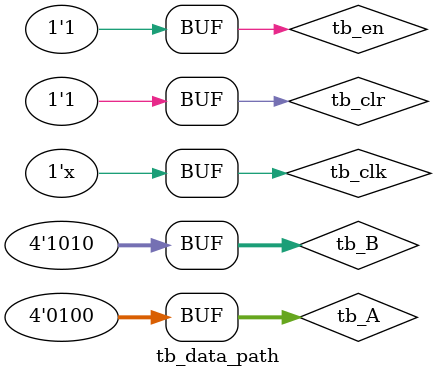
<source format=v>
`timescale 1ns / 1ps


module tb_data_path();
 
 reg tb_clk;
 reg tb_en;
 reg [3:0]tb_A;
 reg [3:0]tb_B;
 reg tb_clr;
 wire tb_done;
 wire [7:0]tb_data_path_out;
 
 datapath DUT(.clk(tb_clk),.en(tb_en),.A(tb_A),.B(tb_B),.clr(tb_clr),.done(tb_done),.data_path_out(tb_data_path_out));
 
 always #5 tb_clk = ~tb_clk;
 
 initial
  begin
   tb_en <= 1'b0;
   tb_clk <= 1'b0;
   tb_A <= 4'h4;
   tb_B <= 4'hA;
   tb_clr <= 1'b0;
   #10;
   tb_en <= 1'b1;
   tb_clr <= 1'b0;
   #20
   tb_clr <= 1'b1;
   #50;
  end
endmodule

</source>
